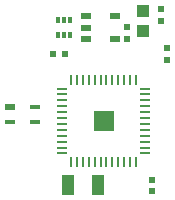
<source format=gbp>
G04*
G04 #@! TF.GenerationSoftware,Altium Limited,Altium Designer,21.1.0 (24)*
G04*
G04 Layer_Color=128*
%FSAX25Y25*%
%MOIN*%
G70*
G04*
G04 #@! TF.SameCoordinates,64B46316-5E79-497B-94DE-3B570569772B*
G04*
G04*
G04 #@! TF.FilePolarity,Positive*
G04*
G01*
G75*
%ADD17R,0.02362X0.01968*%
%ADD19R,0.01968X0.02362*%
%ADD25R,0.03622X0.01575*%
%ADD26R,0.03937X0.04331*%
%ADD64R,0.01102X0.03347*%
%ADD65R,0.03347X0.01102*%
%ADD66R,0.03937X0.07087*%
%ADD67R,0.01181X0.01882*%
%ADD68R,0.03622X0.02362*%
%ADD69R,0.03347X0.02362*%
%ADD78R,0.01000X0.01000*%
%ADD79R,0.07142X0.07142*%
D17*
X0056000Y0018032D02*
D03*
Y0021969D02*
D03*
X0054000Y0031032D02*
D03*
Y0034969D02*
D03*
X0050800Y-0025769D02*
D03*
Y-0021832D02*
D03*
X0042500Y0028969D02*
D03*
Y0025032D02*
D03*
D19*
X0021969Y0020000D02*
D03*
X0018032D02*
D03*
D25*
X0011802Y-0002614D02*
D03*
Y0002504D02*
D03*
X0003535Y-0002614D02*
D03*
D26*
X0048000Y0034346D02*
D03*
Y0027654D02*
D03*
D64*
X0023973Y-0015981D02*
D03*
X0025942D02*
D03*
X0027910D02*
D03*
X0029879D02*
D03*
X0031847D02*
D03*
X0033816D02*
D03*
X0035784D02*
D03*
X0037753D02*
D03*
X0039721D02*
D03*
X0041690D02*
D03*
X0043658D02*
D03*
X0045627D02*
D03*
Y0011381D02*
D03*
X0043658D02*
D03*
X0041690D02*
D03*
X0039721D02*
D03*
X0037753D02*
D03*
X0035784D02*
D03*
X0033816D02*
D03*
X0031847D02*
D03*
X0029879D02*
D03*
X0027910D02*
D03*
X0025942D02*
D03*
X0023973D02*
D03*
D65*
X0048481Y-0013127D02*
D03*
Y-0011158D02*
D03*
Y-0009190D02*
D03*
Y-0007221D02*
D03*
Y-0005253D02*
D03*
Y-0003284D02*
D03*
Y-0001316D02*
D03*
Y0000653D02*
D03*
Y0002621D02*
D03*
Y0004590D02*
D03*
Y0006558D02*
D03*
Y0008527D02*
D03*
X0021119D02*
D03*
Y0006558D02*
D03*
Y0004590D02*
D03*
Y0002621D02*
D03*
Y0000653D02*
D03*
Y-0001316D02*
D03*
Y-0003284D02*
D03*
Y-0005253D02*
D03*
Y-0007221D02*
D03*
Y-0009190D02*
D03*
Y-0011158D02*
D03*
Y-0013127D02*
D03*
D66*
X0023079Y-0023500D02*
D03*
X0032921D02*
D03*
D67*
X0019532Y0031312D02*
D03*
X0021500D02*
D03*
X0023469D02*
D03*
X0019532Y0026288D02*
D03*
X0021500D02*
D03*
X0023469D02*
D03*
D68*
X0003500Y0002300D02*
D03*
D69*
X0029076Y0025060D02*
D03*
Y0028800D02*
D03*
Y0032540D02*
D03*
X0038524D02*
D03*
Y0025060D02*
D03*
D78*
X0036500Y-0001500D02*
D03*
D79*
X0034800Y-0002300D02*
D03*
M02*

</source>
